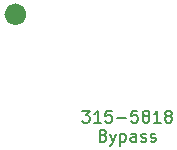
<source format=gbr>
%TF.GenerationSoftware,KiCad,Pcbnew,9.0.4*%
%TF.CreationDate,2025-11-13T11:22:40+01:00*%
%TF.ProjectId,Neptune-32x-315-5818-bypass,4e657074-756e-4652-9d33-32782d333135,rev?*%
%TF.SameCoordinates,Original*%
%TF.FileFunction,Legend,Top*%
%TF.FilePolarity,Positive*%
%FSLAX46Y46*%
G04 Gerber Fmt 4.6, Leading zero omitted, Abs format (unit mm)*
G04 Created by KiCad (PCBNEW 9.0.4) date 2025-11-13 11:22:40*
%MOMM*%
%LPD*%
G01*
G04 APERTURE LIST*
%ADD10C,0.150000*%
%ADD11C,0.949000*%
%ADD12R,1.000000X0.300000*%
%ADD13R,0.300000X1.000000*%
G04 APERTURE END LIST*
D10*
X133270476Y-87459875D02*
X133889523Y-87459875D01*
X133889523Y-87459875D02*
X133556190Y-87840827D01*
X133556190Y-87840827D02*
X133699047Y-87840827D01*
X133699047Y-87840827D02*
X133794285Y-87888446D01*
X133794285Y-87888446D02*
X133841904Y-87936065D01*
X133841904Y-87936065D02*
X133889523Y-88031303D01*
X133889523Y-88031303D02*
X133889523Y-88269398D01*
X133889523Y-88269398D02*
X133841904Y-88364636D01*
X133841904Y-88364636D02*
X133794285Y-88412256D01*
X133794285Y-88412256D02*
X133699047Y-88459875D01*
X133699047Y-88459875D02*
X133413333Y-88459875D01*
X133413333Y-88459875D02*
X133318095Y-88412256D01*
X133318095Y-88412256D02*
X133270476Y-88364636D01*
X134841904Y-88459875D02*
X134270476Y-88459875D01*
X134556190Y-88459875D02*
X134556190Y-87459875D01*
X134556190Y-87459875D02*
X134460952Y-87602732D01*
X134460952Y-87602732D02*
X134365714Y-87697970D01*
X134365714Y-87697970D02*
X134270476Y-87745589D01*
X135746666Y-87459875D02*
X135270476Y-87459875D01*
X135270476Y-87459875D02*
X135222857Y-87936065D01*
X135222857Y-87936065D02*
X135270476Y-87888446D01*
X135270476Y-87888446D02*
X135365714Y-87840827D01*
X135365714Y-87840827D02*
X135603809Y-87840827D01*
X135603809Y-87840827D02*
X135699047Y-87888446D01*
X135699047Y-87888446D02*
X135746666Y-87936065D01*
X135746666Y-87936065D02*
X135794285Y-88031303D01*
X135794285Y-88031303D02*
X135794285Y-88269398D01*
X135794285Y-88269398D02*
X135746666Y-88364636D01*
X135746666Y-88364636D02*
X135699047Y-88412256D01*
X135699047Y-88412256D02*
X135603809Y-88459875D01*
X135603809Y-88459875D02*
X135365714Y-88459875D01*
X135365714Y-88459875D02*
X135270476Y-88412256D01*
X135270476Y-88412256D02*
X135222857Y-88364636D01*
X136222857Y-88078922D02*
X136984762Y-88078922D01*
X137937142Y-87459875D02*
X137460952Y-87459875D01*
X137460952Y-87459875D02*
X137413333Y-87936065D01*
X137413333Y-87936065D02*
X137460952Y-87888446D01*
X137460952Y-87888446D02*
X137556190Y-87840827D01*
X137556190Y-87840827D02*
X137794285Y-87840827D01*
X137794285Y-87840827D02*
X137889523Y-87888446D01*
X137889523Y-87888446D02*
X137937142Y-87936065D01*
X137937142Y-87936065D02*
X137984761Y-88031303D01*
X137984761Y-88031303D02*
X137984761Y-88269398D01*
X137984761Y-88269398D02*
X137937142Y-88364636D01*
X137937142Y-88364636D02*
X137889523Y-88412256D01*
X137889523Y-88412256D02*
X137794285Y-88459875D01*
X137794285Y-88459875D02*
X137556190Y-88459875D01*
X137556190Y-88459875D02*
X137460952Y-88412256D01*
X137460952Y-88412256D02*
X137413333Y-88364636D01*
X138556190Y-87888446D02*
X138460952Y-87840827D01*
X138460952Y-87840827D02*
X138413333Y-87793208D01*
X138413333Y-87793208D02*
X138365714Y-87697970D01*
X138365714Y-87697970D02*
X138365714Y-87650351D01*
X138365714Y-87650351D02*
X138413333Y-87555113D01*
X138413333Y-87555113D02*
X138460952Y-87507494D01*
X138460952Y-87507494D02*
X138556190Y-87459875D01*
X138556190Y-87459875D02*
X138746666Y-87459875D01*
X138746666Y-87459875D02*
X138841904Y-87507494D01*
X138841904Y-87507494D02*
X138889523Y-87555113D01*
X138889523Y-87555113D02*
X138937142Y-87650351D01*
X138937142Y-87650351D02*
X138937142Y-87697970D01*
X138937142Y-87697970D02*
X138889523Y-87793208D01*
X138889523Y-87793208D02*
X138841904Y-87840827D01*
X138841904Y-87840827D02*
X138746666Y-87888446D01*
X138746666Y-87888446D02*
X138556190Y-87888446D01*
X138556190Y-87888446D02*
X138460952Y-87936065D01*
X138460952Y-87936065D02*
X138413333Y-87983684D01*
X138413333Y-87983684D02*
X138365714Y-88078922D01*
X138365714Y-88078922D02*
X138365714Y-88269398D01*
X138365714Y-88269398D02*
X138413333Y-88364636D01*
X138413333Y-88364636D02*
X138460952Y-88412256D01*
X138460952Y-88412256D02*
X138556190Y-88459875D01*
X138556190Y-88459875D02*
X138746666Y-88459875D01*
X138746666Y-88459875D02*
X138841904Y-88412256D01*
X138841904Y-88412256D02*
X138889523Y-88364636D01*
X138889523Y-88364636D02*
X138937142Y-88269398D01*
X138937142Y-88269398D02*
X138937142Y-88078922D01*
X138937142Y-88078922D02*
X138889523Y-87983684D01*
X138889523Y-87983684D02*
X138841904Y-87936065D01*
X138841904Y-87936065D02*
X138746666Y-87888446D01*
X139889523Y-88459875D02*
X139318095Y-88459875D01*
X139603809Y-88459875D02*
X139603809Y-87459875D01*
X139603809Y-87459875D02*
X139508571Y-87602732D01*
X139508571Y-87602732D02*
X139413333Y-87697970D01*
X139413333Y-87697970D02*
X139318095Y-87745589D01*
X140460952Y-87888446D02*
X140365714Y-87840827D01*
X140365714Y-87840827D02*
X140318095Y-87793208D01*
X140318095Y-87793208D02*
X140270476Y-87697970D01*
X140270476Y-87697970D02*
X140270476Y-87650351D01*
X140270476Y-87650351D02*
X140318095Y-87555113D01*
X140318095Y-87555113D02*
X140365714Y-87507494D01*
X140365714Y-87507494D02*
X140460952Y-87459875D01*
X140460952Y-87459875D02*
X140651428Y-87459875D01*
X140651428Y-87459875D02*
X140746666Y-87507494D01*
X140746666Y-87507494D02*
X140794285Y-87555113D01*
X140794285Y-87555113D02*
X140841904Y-87650351D01*
X140841904Y-87650351D02*
X140841904Y-87697970D01*
X140841904Y-87697970D02*
X140794285Y-87793208D01*
X140794285Y-87793208D02*
X140746666Y-87840827D01*
X140746666Y-87840827D02*
X140651428Y-87888446D01*
X140651428Y-87888446D02*
X140460952Y-87888446D01*
X140460952Y-87888446D02*
X140365714Y-87936065D01*
X140365714Y-87936065D02*
X140318095Y-87983684D01*
X140318095Y-87983684D02*
X140270476Y-88078922D01*
X140270476Y-88078922D02*
X140270476Y-88269398D01*
X140270476Y-88269398D02*
X140318095Y-88364636D01*
X140318095Y-88364636D02*
X140365714Y-88412256D01*
X140365714Y-88412256D02*
X140460952Y-88459875D01*
X140460952Y-88459875D02*
X140651428Y-88459875D01*
X140651428Y-88459875D02*
X140746666Y-88412256D01*
X140746666Y-88412256D02*
X140794285Y-88364636D01*
X140794285Y-88364636D02*
X140841904Y-88269398D01*
X140841904Y-88269398D02*
X140841904Y-88078922D01*
X140841904Y-88078922D02*
X140794285Y-87983684D01*
X140794285Y-87983684D02*
X140746666Y-87936065D01*
X140746666Y-87936065D02*
X140651428Y-87888446D01*
X135056190Y-89546009D02*
X135199047Y-89593628D01*
X135199047Y-89593628D02*
X135246666Y-89641247D01*
X135246666Y-89641247D02*
X135294285Y-89736485D01*
X135294285Y-89736485D02*
X135294285Y-89879342D01*
X135294285Y-89879342D02*
X135246666Y-89974580D01*
X135246666Y-89974580D02*
X135199047Y-90022200D01*
X135199047Y-90022200D02*
X135103809Y-90069819D01*
X135103809Y-90069819D02*
X134722857Y-90069819D01*
X134722857Y-90069819D02*
X134722857Y-89069819D01*
X134722857Y-89069819D02*
X135056190Y-89069819D01*
X135056190Y-89069819D02*
X135151428Y-89117438D01*
X135151428Y-89117438D02*
X135199047Y-89165057D01*
X135199047Y-89165057D02*
X135246666Y-89260295D01*
X135246666Y-89260295D02*
X135246666Y-89355533D01*
X135246666Y-89355533D02*
X135199047Y-89450771D01*
X135199047Y-89450771D02*
X135151428Y-89498390D01*
X135151428Y-89498390D02*
X135056190Y-89546009D01*
X135056190Y-89546009D02*
X134722857Y-89546009D01*
X135627619Y-89403152D02*
X135865714Y-90069819D01*
X136103809Y-89403152D02*
X135865714Y-90069819D01*
X135865714Y-90069819D02*
X135770476Y-90307914D01*
X135770476Y-90307914D02*
X135722857Y-90355533D01*
X135722857Y-90355533D02*
X135627619Y-90403152D01*
X136484762Y-89403152D02*
X136484762Y-90403152D01*
X136484762Y-89450771D02*
X136580000Y-89403152D01*
X136580000Y-89403152D02*
X136770476Y-89403152D01*
X136770476Y-89403152D02*
X136865714Y-89450771D01*
X136865714Y-89450771D02*
X136913333Y-89498390D01*
X136913333Y-89498390D02*
X136960952Y-89593628D01*
X136960952Y-89593628D02*
X136960952Y-89879342D01*
X136960952Y-89879342D02*
X136913333Y-89974580D01*
X136913333Y-89974580D02*
X136865714Y-90022200D01*
X136865714Y-90022200D02*
X136770476Y-90069819D01*
X136770476Y-90069819D02*
X136580000Y-90069819D01*
X136580000Y-90069819D02*
X136484762Y-90022200D01*
X137818095Y-90069819D02*
X137818095Y-89546009D01*
X137818095Y-89546009D02*
X137770476Y-89450771D01*
X137770476Y-89450771D02*
X137675238Y-89403152D01*
X137675238Y-89403152D02*
X137484762Y-89403152D01*
X137484762Y-89403152D02*
X137389524Y-89450771D01*
X137818095Y-90022200D02*
X137722857Y-90069819D01*
X137722857Y-90069819D02*
X137484762Y-90069819D01*
X137484762Y-90069819D02*
X137389524Y-90022200D01*
X137389524Y-90022200D02*
X137341905Y-89926961D01*
X137341905Y-89926961D02*
X137341905Y-89831723D01*
X137341905Y-89831723D02*
X137389524Y-89736485D01*
X137389524Y-89736485D02*
X137484762Y-89688866D01*
X137484762Y-89688866D02*
X137722857Y-89688866D01*
X137722857Y-89688866D02*
X137818095Y-89641247D01*
X138246667Y-90022200D02*
X138341905Y-90069819D01*
X138341905Y-90069819D02*
X138532381Y-90069819D01*
X138532381Y-90069819D02*
X138627619Y-90022200D01*
X138627619Y-90022200D02*
X138675238Y-89926961D01*
X138675238Y-89926961D02*
X138675238Y-89879342D01*
X138675238Y-89879342D02*
X138627619Y-89784104D01*
X138627619Y-89784104D02*
X138532381Y-89736485D01*
X138532381Y-89736485D02*
X138389524Y-89736485D01*
X138389524Y-89736485D02*
X138294286Y-89688866D01*
X138294286Y-89688866D02*
X138246667Y-89593628D01*
X138246667Y-89593628D02*
X138246667Y-89546009D01*
X138246667Y-89546009D02*
X138294286Y-89450771D01*
X138294286Y-89450771D02*
X138389524Y-89403152D01*
X138389524Y-89403152D02*
X138532381Y-89403152D01*
X138532381Y-89403152D02*
X138627619Y-89450771D01*
X139056191Y-90022200D02*
X139151429Y-90069819D01*
X139151429Y-90069819D02*
X139341905Y-90069819D01*
X139341905Y-90069819D02*
X139437143Y-90022200D01*
X139437143Y-90022200D02*
X139484762Y-89926961D01*
X139484762Y-89926961D02*
X139484762Y-89879342D01*
X139484762Y-89879342D02*
X139437143Y-89784104D01*
X139437143Y-89784104D02*
X139341905Y-89736485D01*
X139341905Y-89736485D02*
X139199048Y-89736485D01*
X139199048Y-89736485D02*
X139103810Y-89688866D01*
X139103810Y-89688866D02*
X139056191Y-89593628D01*
X139056191Y-89593628D02*
X139056191Y-89546009D01*
X139056191Y-89546009D02*
X139103810Y-89450771D01*
X139103810Y-89450771D02*
X139199048Y-89403152D01*
X139199048Y-89403152D02*
X139341905Y-89403152D01*
X139341905Y-89403152D02*
X139437143Y-89450771D01*
%TO.C,IC1*%
D11*
X128078300Y-79298400D02*
G75*
G02*
X127129300Y-79298400I-474500J0D01*
G01*
X127129300Y-79298400D02*
G75*
G02*
X128078300Y-79298400I474500J0D01*
G01*
%TD*%
%LPC*%
D12*
%TO.C,IC1*%
X125444800Y-78200400D03*
X125444800Y-78700400D03*
X125444800Y-79200400D03*
X125444800Y-79700400D03*
X125444800Y-80200400D03*
X125444800Y-80700400D03*
X125444800Y-81200400D03*
X125444800Y-81700400D03*
X125444800Y-82200400D03*
X125444800Y-82700400D03*
X125444800Y-83200400D03*
X125444800Y-83700400D03*
X125444800Y-84200400D03*
X125444800Y-84700400D03*
X125444800Y-85200400D03*
X125444800Y-85700400D03*
X125444800Y-86200400D03*
X125444800Y-86700400D03*
X125444800Y-87200400D03*
X125444800Y-87700400D03*
X125444800Y-88200400D03*
X125444800Y-88700400D03*
X125444800Y-89200400D03*
X125444800Y-89700400D03*
X125444800Y-90200400D03*
X125444800Y-90700400D03*
X125444800Y-91200400D03*
X125444800Y-91700400D03*
X125444800Y-92200400D03*
X125444800Y-92700400D03*
X125444800Y-93200400D03*
X125444800Y-93700400D03*
X125444800Y-94200400D03*
X125444800Y-94700400D03*
X125444800Y-95200400D03*
X125444800Y-95700400D03*
X125444800Y-96200400D03*
X125444800Y-96700400D03*
X125444800Y-97200400D03*
X125444800Y-97700400D03*
X125444800Y-98200400D03*
X125444800Y-98700400D03*
X125444800Y-99200400D03*
X125444800Y-99700400D03*
D13*
X126378800Y-100634400D03*
X126878800Y-100634400D03*
X127378800Y-100634400D03*
X127878800Y-100634400D03*
X128378800Y-100634400D03*
X128878800Y-100634400D03*
X129378800Y-100634400D03*
X129878800Y-100634400D03*
X130378800Y-100634400D03*
X130878800Y-100634400D03*
X131378800Y-100634400D03*
X131878800Y-100634400D03*
X132378800Y-100634400D03*
X132878800Y-100634400D03*
X133378800Y-100634400D03*
X133878800Y-100634400D03*
X134378800Y-100634400D03*
X134878800Y-100634400D03*
X135378800Y-100634400D03*
X135878800Y-100634400D03*
X136378800Y-100634400D03*
X136878800Y-100634400D03*
X137378800Y-100634400D03*
X137878800Y-100634400D03*
X138378800Y-100634400D03*
X138878800Y-100634400D03*
X139378800Y-100634400D03*
X139878800Y-100634400D03*
X140378800Y-100634400D03*
X140878800Y-100634400D03*
X141378800Y-100634400D03*
X141878800Y-100634400D03*
X142378800Y-100634400D03*
X142878800Y-100634400D03*
X143378800Y-100634400D03*
X143878800Y-100634400D03*
X144378800Y-100634400D03*
X144878800Y-100634400D03*
X145378800Y-100634400D03*
X145878800Y-100634400D03*
X146378800Y-100634400D03*
X146878800Y-100634400D03*
X147378800Y-100634400D03*
X147878800Y-100634400D03*
D12*
X148812800Y-99782400D03*
X148812800Y-99282400D03*
X148812800Y-98782400D03*
X148812800Y-98282400D03*
X148812800Y-97782400D03*
X148812800Y-97282400D03*
X148812800Y-96782400D03*
X148812800Y-96282400D03*
X148812800Y-95782400D03*
X148812800Y-95282400D03*
X148812800Y-94782400D03*
X148812800Y-94282400D03*
X148812800Y-93782400D03*
X148812800Y-93282400D03*
X148812800Y-92782400D03*
X148812800Y-92282400D03*
X148812800Y-91782400D03*
X148812800Y-91282400D03*
X148812800Y-90782400D03*
X148812800Y-90282400D03*
X148812800Y-89782400D03*
X148812800Y-89282400D03*
X148812800Y-88782400D03*
X148812800Y-88282400D03*
X148812800Y-87782400D03*
X148812800Y-87282400D03*
X148812800Y-86782400D03*
X148812800Y-86282400D03*
X148812800Y-85782400D03*
X148812800Y-85282400D03*
X148812800Y-84782400D03*
X148812800Y-84282400D03*
X148812800Y-83782400D03*
X148812800Y-83282400D03*
X148812800Y-82782400D03*
X148812800Y-82282400D03*
X148812800Y-81782400D03*
X148812800Y-81282400D03*
X148812800Y-80782400D03*
X148812800Y-80282400D03*
X148812800Y-79782400D03*
X148812800Y-79282400D03*
X148812800Y-78782400D03*
X148812800Y-78282400D03*
D13*
X147878800Y-77266400D03*
X147378800Y-77266400D03*
X146878800Y-77266400D03*
X146378800Y-77266400D03*
X145878800Y-77266400D03*
X145378800Y-77266400D03*
X144878800Y-77266400D03*
X144378800Y-77266400D03*
X143878800Y-77266400D03*
X143378800Y-77266400D03*
X142878800Y-77266400D03*
X142378800Y-77266400D03*
X141878800Y-77266400D03*
X141378800Y-77266400D03*
X140878800Y-77266400D03*
X140378800Y-77266400D03*
X139878800Y-77266400D03*
X139378800Y-77266400D03*
X138878800Y-77266400D03*
X138378800Y-77266400D03*
X137878800Y-77266400D03*
X137378800Y-77266400D03*
X136878800Y-77266400D03*
X136378800Y-77266400D03*
X135878800Y-77266400D03*
X135378800Y-77266400D03*
X134878800Y-77266400D03*
X134378800Y-77266400D03*
X133878800Y-77266400D03*
X133378800Y-77266400D03*
X132878800Y-77266400D03*
X132378800Y-77266400D03*
X131878800Y-77266400D03*
X131378800Y-77266400D03*
X130878800Y-77266400D03*
X130378800Y-77266400D03*
X129878800Y-77266400D03*
X129378800Y-77266400D03*
X128878800Y-77266400D03*
X128378800Y-77266400D03*
X127878800Y-77266400D03*
X127378800Y-77266400D03*
X126878800Y-77266400D03*
X126378800Y-77266400D03*
%TD*%
%LPD*%
M02*

</source>
